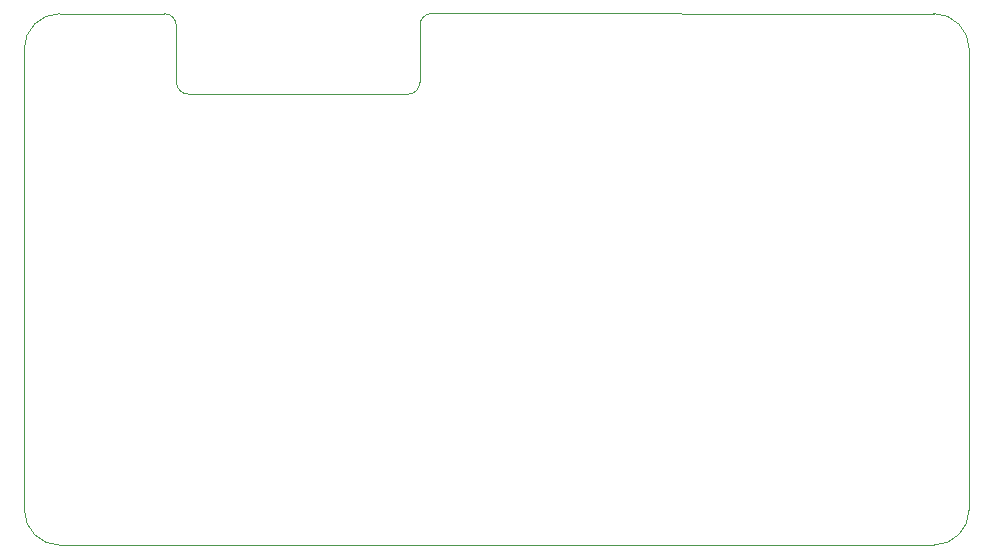
<source format=gm1>
G04 #@! TF.GenerationSoftware,KiCad,Pcbnew,(7.0.0-0)*
G04 #@! TF.CreationDate,2023-03-01T12:49:35+00:00*
G04 #@! TF.ProjectId,winch-link,77696e63-682d-46c6-996e-6b2e6b696361,rev?*
G04 #@! TF.SameCoordinates,Original*
G04 #@! TF.FileFunction,Profile,NP*
%FSLAX46Y46*%
G04 Gerber Fmt 4.6, Leading zero omitted, Abs format (unit mm)*
G04 Created by KiCad (PCBNEW (7.0.0-0)) date 2023-03-01 12:49:35*
%MOMM*%
%LPD*%
G01*
G04 APERTURE LIST*
G04 #@! TA.AperFunction,Profile*
%ADD10C,0.100000*%
G04 #@! TD*
G04 APERTURE END LIST*
D10*
X139878610Y-89195891D02*
G75*
G03*
X140871892Y-88200603I-1110J994391D01*
G01*
X107378680Y-85378680D02*
X107378680Y-124378680D01*
X140878347Y-83370488D02*
X140871892Y-88200603D01*
X110378680Y-82378680D02*
X119250728Y-82383240D01*
X120246017Y-83376472D02*
X120262006Y-88194457D01*
X120246059Y-83376472D02*
G75*
G03*
X119250728Y-82383241I-994259J-1028D01*
G01*
X187378684Y-85378716D02*
G75*
G03*
X184378643Y-82378716I-2999984J16D01*
G01*
X184378680Y-127378680D02*
G75*
G03*
X187378680Y-124378680I20J2999980D01*
G01*
X141878709Y-82370640D02*
X184378643Y-82378716D01*
X187378643Y-85378716D02*
X187378680Y-124378680D01*
X110378680Y-82378680D02*
G75*
G03*
X107378680Y-85378680I20J-3000020D01*
G01*
X120262013Y-88194457D02*
G75*
G03*
X121257294Y-89187688I994287J1057D01*
G01*
X141878709Y-82370650D02*
G75*
G03*
X140878348Y-83370488I-3609J-996750D01*
G01*
X107378720Y-124378680D02*
G75*
G03*
X110378680Y-127378680I2999980J-20D01*
G01*
X121257294Y-89187688D02*
X139878610Y-89195891D01*
X184378680Y-127378680D02*
X110378680Y-127378680D01*
M02*

</source>
